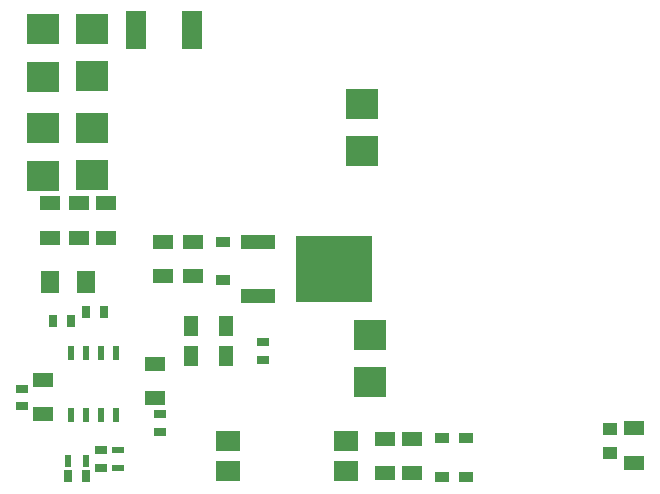
<source format=gtp>
G04*
G04 #@! TF.GenerationSoftware,Altium Limited,Altium Designer,23.4.1 (23)*
G04*
G04 Layer_Color=8421504*
%FSLAX44Y44*%
%MOMM*%
G71*
G04*
G04 #@! TF.SameCoordinates,A62261B1-4730-41BB-8F10-B985FF82E821*
G04*
G04*
G04 #@! TF.FilePolarity,Positive*
G04*
G01*
G75*
%ADD18R,0.7000X1.0000*%
%ADD19R,1.0000X0.7000*%
%ADD20R,1.8000X1.1500*%
%ADD21R,0.6000X1.2700*%
%ADD22R,1.6000X1.9000*%
%ADD23R,2.7000X2.5000*%
%ADD24R,1.8000X3.2000*%
%ADD25R,2.8500X1.2500*%
%ADD26R,6.5500X5.5500*%
%ADD27R,1.2200X0.9100*%
%ADD28R,1.1500X1.8000*%
%ADD29R,1.0000X0.6000*%
%ADD30R,0.6000X1.0000*%
%ADD31R,1.3000X1.0000*%
%ADD32R,2.0000X1.7000*%
D18*
X303530Y152400D02*
D03*
X288530D02*
D03*
X331350Y160020D02*
D03*
X316350D02*
D03*
X301230Y21590D02*
D03*
X316230D02*
D03*
D19*
X261620Y95130D02*
D03*
Y80130D02*
D03*
X378678Y73540D02*
D03*
Y58540D02*
D03*
X328930Y28180D02*
D03*
Y43180D02*
D03*
X466090Y119500D02*
D03*
Y134500D02*
D03*
D20*
X279400Y102660D02*
D03*
Y73660D02*
D03*
X332740Y222990D02*
D03*
Y251990D02*
D03*
X309880D02*
D03*
Y222990D02*
D03*
X285750D02*
D03*
Y251990D02*
D03*
X406400Y190710D02*
D03*
Y219710D02*
D03*
X381000Y190710D02*
D03*
Y219710D02*
D03*
X374650Y87100D02*
D03*
Y116100D02*
D03*
X568960Y52705D02*
D03*
Y23705D02*
D03*
X591820Y52781D02*
D03*
Y23781D02*
D03*
X779780Y32490D02*
D03*
Y61490D02*
D03*
D21*
X303530Y72560D02*
D03*
X316230D02*
D03*
X328930D02*
D03*
X341630D02*
D03*
Y125560D02*
D03*
X328930D02*
D03*
X316230D02*
D03*
X303530D02*
D03*
D22*
X285230Y185420D02*
D03*
X316230D02*
D03*
D23*
X321310Y315910D02*
D03*
Y275910D02*
D03*
X279400Y275590D02*
D03*
Y315590D02*
D03*
Y359410D02*
D03*
Y399410D02*
D03*
X321310Y359730D02*
D03*
Y399730D02*
D03*
X549910Y296230D02*
D03*
Y336230D02*
D03*
X556260Y140650D02*
D03*
Y100650D02*
D03*
D24*
X406270Y398780D02*
D03*
X358270D02*
D03*
D25*
X462030Y173990D02*
D03*
Y219710D02*
D03*
D26*
X526030Y196850D02*
D03*
D27*
X431800Y186960D02*
D03*
Y219710D02*
D03*
X617220Y20455D02*
D03*
Y53205D02*
D03*
X637540Y53255D02*
D03*
Y20505D02*
D03*
D28*
X405340Y148590D02*
D03*
X434340D02*
D03*
X405340Y123190D02*
D03*
X434340D02*
D03*
D29*
X342900Y43180D02*
D03*
Y28180D02*
D03*
D30*
X316230Y34290D02*
D03*
X301230D02*
D03*
D31*
X759460Y40960D02*
D03*
Y60960D02*
D03*
D32*
X536410Y50800D02*
D03*
X436410D02*
D03*
Y25400D02*
D03*
X536410D02*
D03*
M02*

</source>
